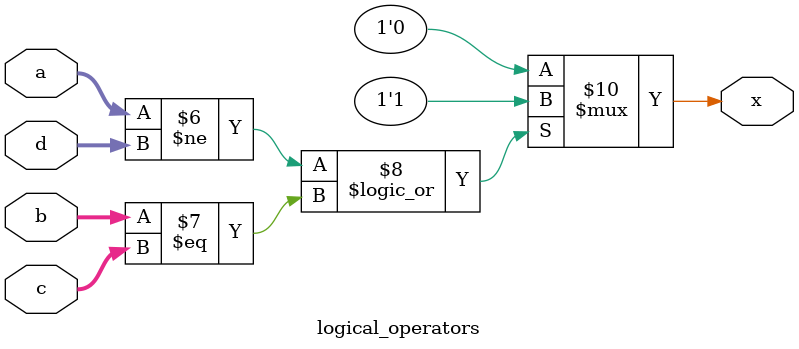
<source format=v>
module logical_operators(
  input [4:1]a,b,c,d,
  output reg x);
  always @(*) begin
    begin
      if ((a==b)&&(c==b)) 
        x=1;                
      else
        x=!a;
      end
    begin
      if((a!=d)||(b==c))
        x=1;
    else
        x=0;
    end
  end
endmodule
</source>
